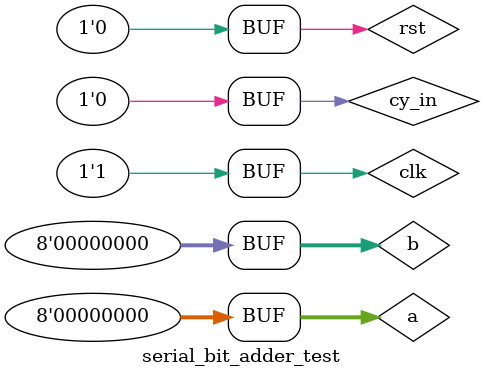
<source format=v>
`timescale 1ns / 1ps


module serial_bit_adder_test;

	// Inputs
	reg clk;
	reg rst;
	reg [7:0] a;
	reg [7:0] b;
	reg cy_in;

	// Outputs
	wire [7:0] sum;
	wire cy_out;

	// Instantiate the Unit Under Test (UUT)
	serial_bit_adder uut (
		.clk(clk), 
		.rst(rst), 
		.a(a), 
		.b(b), 
		.cy_in(cy_in), 
		.sum(sum), 
		.cy_out(cy_out)
	);

	initial begin
		// Initialize Inputs
		clk = 0;
		rst = 0;
		a = 0;
		b = 0;
		cy_in = 0;

		// Wait 100 ns for global reset to finish
		#100;
        
		// Add stimulus here
		clk = 0;  rst = 1;  a = 8'b00100100;  b = 8'b10000100;  cy_in = 0;  #100;
		clk = 1;  rst = 1;  a = 8'b00100100;  b = 8'b10000100;  cy_in = 0;  #100;
		
		clk = 0;  rst = 0;  a = 8'b00000000;  b = 8'b00000000;  cy_in = 0;  #100;
		clk = 1;  rst = 0;  a = 8'b00000000;  b = 8'b00000000;  cy_in = 0;  #100;
		
		clk = 0;  rst = 0;  a = 8'b00000000;  b = 8'b00000000;  cy_in = 0;  #100;
		clk = 1;  rst = 0;  a = 8'b00000000;  b = 8'b00000000;  cy_in = 0;  #100;
		
		clk = 0;  rst = 0;  a = 8'b00000000;  b = 8'b00000000;  cy_in = 0;  #100;
		clk = 1;  rst = 0;  a = 8'b00000000;  b = 8'b00000000;  cy_in = 0;  #100;
		
		clk = 0;  rst = 0;  a = 8'b00000000;  b = 8'b00000000;  cy_in = 0;  #100;
		clk = 1;  rst = 0;  a = 8'b00000000;  b = 8'b00000000;  cy_in = 0;  #100;
		
		clk = 0;  rst = 0;  a = 8'b00000000;  b = 8'b00000000;  cy_in = 0;  #100;
		clk = 1;  rst = 0;  a = 8'b00000000;  b = 8'b00000000;  cy_in = 0;  #100;
		
		clk = 0;  rst = 0;  a = 8'b00000000;  b = 8'b00000000;  cy_in = 0;  #100;
		clk = 1;  rst = 0;  a = 8'b00000000;  b = 8'b00000000;  cy_in = 0;  #100;
		
		clk = 0;  rst = 0;  a = 8'b00000000;  b = 8'b00000000;  cy_in = 0;  #100;
		clk = 1;  rst = 0;  a = 8'b00000000;  b = 8'b00000000;  cy_in = 0;  #100;
		
		clk = 0;  rst = 0;  a = 8'b00000000;  b = 8'b00000000;  cy_in = 0;  #100;
		clk = 1;  rst = 0;  a = 8'b00000000;  b = 8'b00000000;  cy_in = 0;  #100;
	
	end
      
endmodule


</source>
